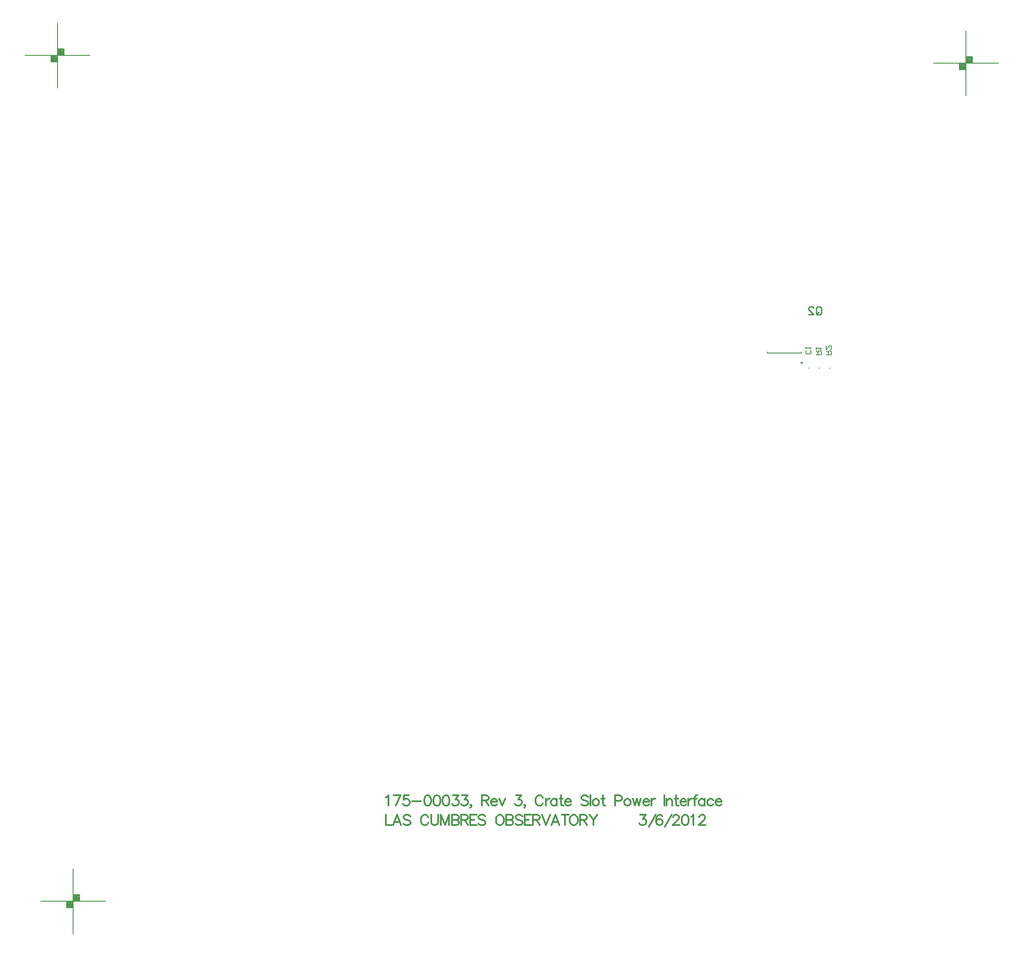
<source format=gbo>
%FSLAX23Y23*%
%MOIN*%
G70*
G01*
G75*
G04 Layer_Color=32896*
%ADD10R,0.036X0.036*%
%ADD11R,0.050X0.050*%
%ADD12R,0.070X0.135*%
%ADD13R,0.059X0.039*%
%ADD14O,0.014X0.067*%
%ADD15R,0.135X0.070*%
%ADD16O,0.024X0.079*%
%ADD17C,0.010*%
%ADD18C,0.020*%
%ADD19C,0.050*%
%ADD20C,0.040*%
%ADD21C,0.012*%
%ADD22R,1.537X0.079*%
%ADD23R,0.221X0.226*%
%ADD24R,0.221X0.236*%
%ADD25C,0.008*%
%ADD26C,0.012*%
%ADD27C,0.012*%
%ADD28C,0.220*%
%ADD29C,0.120*%
%ADD30C,0.060*%
%ADD31R,0.120X0.120*%
%ADD32C,0.055*%
%ADD33C,0.080*%
%ADD34C,0.065*%
%ADD35C,0.059*%
%ADD36C,0.079*%
%ADD37C,0.157*%
%ADD38C,0.020*%
%ADD39C,0.030*%
%ADD40C,0.050*%
%ADD41C,0.024*%
%ADD42C,0.032*%
%ADD43C,0.206*%
%ADD44C,0.110*%
%ADD45C,0.076*%
%ADD46C,0.073*%
%ADD47C,0.092*%
%ADD48C,0.190*%
%ADD49C,0.087*%
%ADD50C,0.055*%
%ADD51C,0.068*%
%ADD52R,0.268X0.272*%
%ADD53R,0.037X0.075*%
%ADD54C,0.007*%
%ADD55R,0.221X0.246*%
%ADD56R,0.221X0.217*%
%ADD57C,0.010*%
%ADD58C,0.010*%
%ADD59C,0.024*%
%ADD60C,0.005*%
%ADD61C,0.039*%
%ADD62C,0.006*%
%ADD63C,0.007*%
%ADD64C,0.008*%
%ADD65R,0.239X0.139*%
%ADD66R,1.535X0.079*%
%ADD67R,0.044X0.044*%
%ADD68R,0.058X0.058*%
%ADD69R,0.078X0.143*%
%ADD70R,0.067X0.047*%
%ADD71O,0.022X0.075*%
%ADD72R,0.143X0.078*%
%ADD73O,0.032X0.087*%
%ADD74C,0.228*%
%ADD75C,0.128*%
%ADD76R,0.128X0.128*%
%ADD77C,0.063*%
%ADD78C,0.088*%
%ADD79C,0.073*%
%ADD80C,0.067*%
%ADD81C,0.087*%
%ADD82C,0.165*%
%ADD83C,0.028*%
%ADD84C,0.038*%
%ADD85C,0.058*%
%ADD86C,0.040*%
%ADD87R,1.028X0.354*%
%ADD88R,1.532X0.079*%
%ADD89R,0.276X0.280*%
%ADD90R,0.045X0.083*%
D17*
X25346Y18229D02*
Y18269D01*
X25356Y18279D01*
X25376D01*
X25386Y18269D01*
Y18229D01*
X25376Y18219D01*
X25356D01*
X25366Y18239D02*
X25346Y18219D01*
X25356D02*
X25346Y18229D01*
X25286Y18219D02*
X25326D01*
X25286Y18259D01*
Y18269D01*
X25296Y18279D01*
X25316D01*
X25326Y18269D01*
D25*
X19518Y20239D02*
X19528D01*
Y20234D02*
Y20244D01*
X19518Y20234D02*
X19528D01*
X19518D02*
Y20244D01*
X19528D01*
X19533Y20229D02*
Y20244D01*
X19513Y20229D02*
X19533D01*
X19513D02*
Y20249D01*
X19533D01*
X19538Y20224D02*
Y20249D01*
X19508Y20224D02*
X19538D01*
X19508D02*
Y20254D01*
X19538D01*
X19543Y20219D02*
Y20259D01*
X19503Y20219D02*
X19543D01*
X19503D02*
Y20259D01*
X19543D01*
X19468Y20189D02*
X19478D01*
Y20184D02*
Y20194D01*
X19468Y20184D02*
X19478D01*
X19468D02*
Y20194D01*
X19478D01*
X19483Y20179D02*
Y20194D01*
X19463Y20179D02*
X19483D01*
X19463D02*
Y20199D01*
X19483D01*
X19488Y20174D02*
Y20199D01*
X19458Y20174D02*
X19488D01*
X19458D02*
Y20204D01*
X19488D01*
X19493Y20169D02*
Y20209D01*
X19453Y20169D02*
X19493D01*
X19453D02*
Y20209D01*
X19493D01*
X19448Y20164D02*
X19498D01*
X19448D02*
Y20214D01*
X19498Y20264D02*
X19548D01*
Y20214D02*
Y20264D01*
X19498Y19964D02*
Y20464D01*
X19248Y20214D02*
X19748D01*
X19641Y13723D02*
X19651D01*
Y13718D02*
Y13728D01*
X19641Y13718D02*
X19651D01*
X19641D02*
Y13728D01*
X19651D01*
X19656Y13713D02*
Y13728D01*
X19636Y13713D02*
X19656D01*
X19636D02*
Y13733D01*
X19656D01*
X19661Y13708D02*
Y13733D01*
X19631Y13708D02*
X19661D01*
X19631D02*
Y13738D01*
X19661D01*
X19666Y13703D02*
Y13743D01*
X19626Y13703D02*
X19666D01*
X19626D02*
Y13743D01*
X19666D01*
X19591Y13673D02*
X19601D01*
Y13668D02*
Y13678D01*
X19591Y13668D02*
X19601D01*
X19591D02*
Y13678D01*
X19601D01*
X19606Y13663D02*
Y13678D01*
X19586Y13663D02*
X19606D01*
X19586D02*
Y13683D01*
X19606D01*
X19611Y13658D02*
Y13683D01*
X19581Y13658D02*
X19611D01*
X19581D02*
Y13688D01*
X19611D01*
X19616Y13653D02*
Y13693D01*
X19576Y13653D02*
X19616D01*
X19576D02*
Y13693D01*
X19616D01*
X19571Y13648D02*
X19621D01*
X19571D02*
Y13698D01*
X19621Y13748D02*
X19671D01*
Y13698D02*
Y13748D01*
X19621Y13448D02*
Y13948D01*
X19371Y13698D02*
X19871D01*
X26519Y20181D02*
X26529D01*
Y20176D02*
Y20186D01*
X26519Y20176D02*
X26529D01*
X26519D02*
Y20186D01*
X26529D01*
X26534Y20171D02*
Y20186D01*
X26514Y20171D02*
X26534D01*
X26514D02*
Y20191D01*
X26534D01*
X26539Y20166D02*
Y20191D01*
X26509Y20166D02*
X26539D01*
X26509D02*
Y20196D01*
X26539D01*
X26544Y20161D02*
Y20201D01*
X26504Y20161D02*
X26544D01*
X26504D02*
Y20201D01*
X26544D01*
X26469Y20131D02*
X26479D01*
Y20126D02*
Y20136D01*
X26469Y20126D02*
X26479D01*
X26469D02*
Y20136D01*
X26479D01*
X26484Y20121D02*
Y20136D01*
X26464Y20121D02*
X26484D01*
X26464D02*
Y20141D01*
X26484D01*
X26489Y20116D02*
Y20141D01*
X26459Y20116D02*
X26489D01*
X26459D02*
Y20146D01*
X26489D01*
X26494Y20111D02*
Y20151D01*
X26454Y20111D02*
X26494D01*
X26454D02*
Y20151D01*
X26494D01*
X26449Y20106D02*
X26499D01*
X26449D02*
Y20156D01*
X26499Y20206D02*
X26549D01*
Y20156D02*
Y20206D01*
X26499Y19906D02*
Y20406D01*
X26249Y20156D02*
X26749D01*
D26*
X22031Y14364D02*
Y14284D01*
X22077D01*
X22147D02*
X22116Y14364D01*
X22086Y14284D01*
X22097Y14310D02*
X22135D01*
X22219Y14352D02*
X22211Y14360D01*
X22200Y14364D01*
X22184D01*
X22173Y14360D01*
X22165Y14352D01*
Y14345D01*
X22169Y14337D01*
X22173Y14333D01*
X22181Y14329D01*
X22204Y14322D01*
X22211Y14318D01*
X22215Y14314D01*
X22219Y14307D01*
Y14295D01*
X22211Y14287D01*
X22200Y14284D01*
X22184D01*
X22173Y14287D01*
X22165Y14295D01*
X22357Y14345D02*
X22353Y14352D01*
X22345Y14360D01*
X22338Y14364D01*
X22322D01*
X22315Y14360D01*
X22307Y14352D01*
X22303Y14345D01*
X22299Y14333D01*
Y14314D01*
X22303Y14303D01*
X22307Y14295D01*
X22315Y14287D01*
X22322Y14284D01*
X22338D01*
X22345Y14287D01*
X22353Y14295D01*
X22357Y14303D01*
X22379Y14364D02*
Y14307D01*
X22383Y14295D01*
X22391Y14287D01*
X22402Y14284D01*
X22410D01*
X22421Y14287D01*
X22429Y14295D01*
X22432Y14307D01*
Y14364D01*
X22454D02*
Y14284D01*
Y14364D02*
X22485Y14284D01*
X22515Y14364D02*
X22485Y14284D01*
X22515Y14364D02*
Y14284D01*
X22538Y14364D02*
Y14284D01*
Y14364D02*
X22573D01*
X22584Y14360D01*
X22588Y14356D01*
X22592Y14348D01*
Y14341D01*
X22588Y14333D01*
X22584Y14329D01*
X22573Y14326D01*
X22538D02*
X22573D01*
X22584Y14322D01*
X22588Y14318D01*
X22592Y14310D01*
Y14299D01*
X22588Y14291D01*
X22584Y14287D01*
X22573Y14284D01*
X22538D01*
X22610Y14364D02*
Y14284D01*
Y14364D02*
X22644D01*
X22655Y14360D01*
X22659Y14356D01*
X22663Y14348D01*
Y14341D01*
X22659Y14333D01*
X22655Y14329D01*
X22644Y14326D01*
X22610D01*
X22636D02*
X22663Y14284D01*
X22730Y14364D02*
X22681D01*
Y14284D01*
X22730D01*
X22681Y14326D02*
X22711D01*
X22797Y14352D02*
X22789Y14360D01*
X22778Y14364D01*
X22763D01*
X22751Y14360D01*
X22744Y14352D01*
Y14345D01*
X22747Y14337D01*
X22751Y14333D01*
X22759Y14329D01*
X22782Y14322D01*
X22789Y14318D01*
X22793Y14314D01*
X22797Y14307D01*
Y14295D01*
X22789Y14287D01*
X22778Y14284D01*
X22763D01*
X22751Y14287D01*
X22744Y14295D01*
X22900Y14364D02*
X22893Y14360D01*
X22885Y14352D01*
X22881Y14345D01*
X22878Y14333D01*
Y14314D01*
X22881Y14303D01*
X22885Y14295D01*
X22893Y14287D01*
X22900Y14284D01*
X22916D01*
X22923Y14287D01*
X22931Y14295D01*
X22935Y14303D01*
X22939Y14314D01*
Y14333D01*
X22935Y14345D01*
X22931Y14352D01*
X22923Y14360D01*
X22916Y14364D01*
X22900D01*
X22957D02*
Y14284D01*
Y14364D02*
X22992D01*
X23003Y14360D01*
X23007Y14356D01*
X23011Y14348D01*
Y14341D01*
X23007Y14333D01*
X23003Y14329D01*
X22992Y14326D01*
X22957D02*
X22992D01*
X23003Y14322D01*
X23007Y14318D01*
X23011Y14310D01*
Y14299D01*
X23007Y14291D01*
X23003Y14287D01*
X22992Y14284D01*
X22957D01*
X23082Y14352D02*
X23074Y14360D01*
X23063Y14364D01*
X23048D01*
X23036Y14360D01*
X23028Y14352D01*
Y14345D01*
X23032Y14337D01*
X23036Y14333D01*
X23044Y14329D01*
X23067Y14322D01*
X23074Y14318D01*
X23078Y14314D01*
X23082Y14307D01*
Y14295D01*
X23074Y14287D01*
X23063Y14284D01*
X23048D01*
X23036Y14287D01*
X23028Y14295D01*
X23149Y14364D02*
X23100D01*
Y14284D01*
X23149D01*
X23100Y14326D02*
X23130D01*
X23163Y14364D02*
Y14284D01*
Y14364D02*
X23197D01*
X23208Y14360D01*
X23212Y14356D01*
X23216Y14348D01*
Y14341D01*
X23212Y14333D01*
X23208Y14329D01*
X23197Y14326D01*
X23163D01*
X23189D02*
X23216Y14284D01*
X23234Y14364D02*
X23264Y14284D01*
X23295Y14364D02*
X23264Y14284D01*
X23366D02*
X23335Y14364D01*
X23305Y14284D01*
X23316Y14310D02*
X23354D01*
X23411Y14364D02*
Y14284D01*
X23385Y14364D02*
X23438D01*
X23470D02*
X23463Y14360D01*
X23455Y14352D01*
X23451Y14345D01*
X23447Y14333D01*
Y14314D01*
X23451Y14303D01*
X23455Y14295D01*
X23463Y14287D01*
X23470Y14284D01*
X23486D01*
X23493Y14287D01*
X23501Y14295D01*
X23505Y14303D01*
X23508Y14314D01*
Y14333D01*
X23505Y14345D01*
X23501Y14352D01*
X23493Y14360D01*
X23486Y14364D01*
X23470D01*
X23527D02*
Y14284D01*
Y14364D02*
X23561D01*
X23573Y14360D01*
X23577Y14356D01*
X23580Y14348D01*
Y14341D01*
X23577Y14333D01*
X23573Y14329D01*
X23561Y14326D01*
X23527D01*
X23554D02*
X23580Y14284D01*
X23598Y14364D02*
X23629Y14326D01*
Y14284D01*
X23659Y14364D02*
X23629Y14326D01*
X23991Y14364D02*
X24033D01*
X24010Y14333D01*
X24022D01*
X24029Y14329D01*
X24033Y14326D01*
X24037Y14314D01*
Y14307D01*
X24033Y14295D01*
X24026Y14287D01*
X24014Y14284D01*
X24003D01*
X23991Y14287D01*
X23987Y14291D01*
X23984Y14299D01*
X24055Y14272D02*
X24108Y14364D01*
X24159Y14352D02*
X24155Y14360D01*
X24144Y14364D01*
X24136D01*
X24125Y14360D01*
X24117Y14348D01*
X24114Y14329D01*
Y14310D01*
X24117Y14295D01*
X24125Y14287D01*
X24136Y14284D01*
X24140D01*
X24152Y14287D01*
X24159Y14295D01*
X24163Y14307D01*
Y14310D01*
X24159Y14322D01*
X24152Y14329D01*
X24140Y14333D01*
X24136D01*
X24125Y14329D01*
X24117Y14322D01*
X24114Y14310D01*
X24181Y14272D02*
X24234Y14364D01*
X24243Y14345D02*
Y14348D01*
X24247Y14356D01*
X24251Y14360D01*
X24258Y14364D01*
X24274D01*
X24281Y14360D01*
X24285Y14356D01*
X24289Y14348D01*
Y14341D01*
X24285Y14333D01*
X24277Y14322D01*
X24239Y14284D01*
X24293D01*
X24333Y14364D02*
X24322Y14360D01*
X24314Y14348D01*
X24310Y14329D01*
Y14318D01*
X24314Y14299D01*
X24322Y14287D01*
X24333Y14284D01*
X24341D01*
X24352Y14287D01*
X24360Y14299D01*
X24364Y14318D01*
Y14329D01*
X24360Y14348D01*
X24352Y14360D01*
X24341Y14364D01*
X24333D01*
X24382Y14348D02*
X24389Y14352D01*
X24401Y14364D01*
Y14284D01*
X24444Y14345D02*
Y14348D01*
X24448Y14356D01*
X24452Y14360D01*
X24459Y14364D01*
X24475D01*
X24482Y14360D01*
X24486Y14356D01*
X24490Y14348D01*
Y14341D01*
X24486Y14333D01*
X24478Y14322D01*
X24440Y14284D01*
X24494D01*
D27*
X22031Y14498D02*
X22039Y14502D01*
X22050Y14514D01*
Y14434D01*
X22143Y14514D02*
X22105Y14434D01*
X22090Y14514D02*
X22143D01*
X22207D02*
X22169D01*
X22165Y14479D01*
X22169Y14483D01*
X22180Y14487D01*
X22192D01*
X22203Y14483D01*
X22211Y14476D01*
X22215Y14464D01*
Y14457D01*
X22211Y14445D01*
X22203Y14438D01*
X22192Y14434D01*
X22180D01*
X22169Y14438D01*
X22165Y14441D01*
X22161Y14449D01*
X22232Y14468D02*
X22301D01*
X22347Y14514D02*
X22336Y14510D01*
X22328Y14498D01*
X22325Y14479D01*
Y14468D01*
X22328Y14449D01*
X22336Y14438D01*
X22347Y14434D01*
X22355D01*
X22367Y14438D01*
X22374Y14449D01*
X22378Y14468D01*
Y14479D01*
X22374Y14498D01*
X22367Y14510D01*
X22355Y14514D01*
X22347D01*
X22419D02*
X22407Y14510D01*
X22400Y14498D01*
X22396Y14479D01*
Y14468D01*
X22400Y14449D01*
X22407Y14438D01*
X22419Y14434D01*
X22426D01*
X22438Y14438D01*
X22445Y14449D01*
X22449Y14468D01*
Y14479D01*
X22445Y14498D01*
X22438Y14510D01*
X22426Y14514D01*
X22419D01*
X22490D02*
X22478Y14510D01*
X22471Y14498D01*
X22467Y14479D01*
Y14468D01*
X22471Y14449D01*
X22478Y14438D01*
X22490Y14434D01*
X22498D01*
X22509Y14438D01*
X22517Y14449D01*
X22520Y14468D01*
Y14479D01*
X22517Y14498D01*
X22509Y14510D01*
X22498Y14514D01*
X22490D01*
X22546D02*
X22588D01*
X22565Y14483D01*
X22576D01*
X22584Y14479D01*
X22588Y14476D01*
X22592Y14464D01*
Y14457D01*
X22588Y14445D01*
X22580Y14438D01*
X22569Y14434D01*
X22557D01*
X22546Y14438D01*
X22542Y14441D01*
X22538Y14449D01*
X22617Y14514D02*
X22659D01*
X22636Y14483D01*
X22648D01*
X22655Y14479D01*
X22659Y14476D01*
X22663Y14464D01*
Y14457D01*
X22659Y14445D01*
X22651Y14438D01*
X22640Y14434D01*
X22629D01*
X22617Y14438D01*
X22613Y14441D01*
X22610Y14449D01*
X22688Y14438D02*
X22685Y14434D01*
X22681Y14438D01*
X22685Y14441D01*
X22688Y14438D01*
Y14430D01*
X22685Y14422D01*
X22681Y14418D01*
X22769Y14514D02*
Y14434D01*
Y14514D02*
X22803D01*
X22814Y14510D01*
X22818Y14506D01*
X22822Y14498D01*
Y14491D01*
X22818Y14483D01*
X22814Y14479D01*
X22803Y14476D01*
X22769D01*
X22795D02*
X22822Y14434D01*
X22840Y14464D02*
X22886D01*
Y14472D01*
X22882Y14479D01*
X22878Y14483D01*
X22870Y14487D01*
X22859D01*
X22851Y14483D01*
X22844Y14476D01*
X22840Y14464D01*
Y14457D01*
X22844Y14445D01*
X22851Y14438D01*
X22859Y14434D01*
X22870D01*
X22878Y14438D01*
X22886Y14445D01*
X22903Y14487D02*
X22926Y14434D01*
X22948Y14487D02*
X22926Y14434D01*
X23032Y14514D02*
X23074D01*
X23051Y14483D01*
X23062D01*
X23070Y14479D01*
X23074Y14476D01*
X23078Y14464D01*
Y14457D01*
X23074Y14445D01*
X23066Y14438D01*
X23055Y14434D01*
X23043D01*
X23032Y14438D01*
X23028Y14441D01*
X23024Y14449D01*
X23103Y14438D02*
X23099Y14434D01*
X23095Y14438D01*
X23099Y14441D01*
X23103Y14438D01*
Y14430D01*
X23099Y14422D01*
X23095Y14418D01*
X23241Y14495D02*
X23237Y14502D01*
X23229Y14510D01*
X23222Y14514D01*
X23206D01*
X23199Y14510D01*
X23191Y14502D01*
X23187Y14495D01*
X23183Y14483D01*
Y14464D01*
X23187Y14453D01*
X23191Y14445D01*
X23199Y14438D01*
X23206Y14434D01*
X23222D01*
X23229Y14438D01*
X23237Y14445D01*
X23241Y14453D01*
X23263Y14487D02*
Y14434D01*
Y14464D02*
X23267Y14476D01*
X23275Y14483D01*
X23282Y14487D01*
X23294D01*
X23346D02*
Y14434D01*
Y14476D02*
X23339Y14483D01*
X23331Y14487D01*
X23320D01*
X23312Y14483D01*
X23305Y14476D01*
X23301Y14464D01*
Y14457D01*
X23305Y14445D01*
X23312Y14438D01*
X23320Y14434D01*
X23331D01*
X23339Y14438D01*
X23346Y14445D01*
X23379Y14514D02*
Y14449D01*
X23383Y14438D01*
X23391Y14434D01*
X23398D01*
X23368Y14487D02*
X23394D01*
X23410Y14464D02*
X23455D01*
Y14472D01*
X23452Y14479D01*
X23448Y14483D01*
X23440Y14487D01*
X23429D01*
X23421Y14483D01*
X23414Y14476D01*
X23410Y14464D01*
Y14457D01*
X23414Y14445D01*
X23421Y14438D01*
X23429Y14434D01*
X23440D01*
X23448Y14438D01*
X23455Y14445D01*
X23589Y14502D02*
X23581Y14510D01*
X23570Y14514D01*
X23554D01*
X23543Y14510D01*
X23535Y14502D01*
Y14495D01*
X23539Y14487D01*
X23543Y14483D01*
X23551Y14479D01*
X23573Y14472D01*
X23581Y14468D01*
X23585Y14464D01*
X23589Y14457D01*
Y14445D01*
X23581Y14438D01*
X23570Y14434D01*
X23554D01*
X23543Y14438D01*
X23535Y14445D01*
X23607Y14514D02*
Y14434D01*
X23642Y14487D02*
X23635Y14483D01*
X23627Y14476D01*
X23623Y14464D01*
Y14457D01*
X23627Y14445D01*
X23635Y14438D01*
X23642Y14434D01*
X23654D01*
X23661Y14438D01*
X23669Y14445D01*
X23673Y14457D01*
Y14464D01*
X23669Y14476D01*
X23661Y14483D01*
X23654Y14487D01*
X23642D01*
X23702Y14514D02*
Y14449D01*
X23706Y14438D01*
X23713Y14434D01*
X23721D01*
X23690Y14487D02*
X23717D01*
X23795Y14472D02*
X23829D01*
X23841Y14476D01*
X23845Y14479D01*
X23848Y14487D01*
Y14498D01*
X23845Y14506D01*
X23841Y14510D01*
X23829Y14514D01*
X23795D01*
Y14434D01*
X23885Y14487D02*
X23878Y14483D01*
X23870Y14476D01*
X23866Y14464D01*
Y14457D01*
X23870Y14445D01*
X23878Y14438D01*
X23885Y14434D01*
X23897D01*
X23904Y14438D01*
X23912Y14445D01*
X23916Y14457D01*
Y14464D01*
X23912Y14476D01*
X23904Y14483D01*
X23897Y14487D01*
X23885D01*
X23933D02*
X23949Y14434D01*
X23964Y14487D02*
X23949Y14434D01*
X23964Y14487D02*
X23979Y14434D01*
X23994Y14487D02*
X23979Y14434D01*
X24013Y14464D02*
X24059D01*
Y14472D01*
X24055Y14479D01*
X24051Y14483D01*
X24043Y14487D01*
X24032D01*
X24024Y14483D01*
X24017Y14476D01*
X24013Y14464D01*
Y14457D01*
X24017Y14445D01*
X24024Y14438D01*
X24032Y14434D01*
X24043D01*
X24051Y14438D01*
X24059Y14445D01*
X24076Y14487D02*
Y14434D01*
Y14464D02*
X24080Y14476D01*
X24087Y14483D01*
X24095Y14487D01*
X24106D01*
X24176Y14514D02*
Y14434D01*
X24193Y14487D02*
Y14434D01*
Y14472D02*
X24205Y14483D01*
X24212Y14487D01*
X24224D01*
X24231Y14483D01*
X24235Y14472D01*
Y14434D01*
X24267Y14514D02*
Y14449D01*
X24271Y14438D01*
X24279Y14434D01*
X24286D01*
X24256Y14487D02*
X24283D01*
X24298Y14464D02*
X24344D01*
Y14472D01*
X24340Y14479D01*
X24336Y14483D01*
X24328Y14487D01*
X24317D01*
X24309Y14483D01*
X24302Y14476D01*
X24298Y14464D01*
Y14457D01*
X24302Y14445D01*
X24309Y14438D01*
X24317Y14434D01*
X24328D01*
X24336Y14438D01*
X24344Y14445D01*
X24361Y14487D02*
Y14434D01*
Y14464D02*
X24365Y14476D01*
X24372Y14483D01*
X24380Y14487D01*
X24391D01*
X24429Y14514D02*
X24421D01*
X24414Y14510D01*
X24410Y14498D01*
Y14434D01*
X24398Y14487D02*
X24425D01*
X24486D02*
Y14434D01*
Y14476D02*
X24478Y14483D01*
X24471Y14487D01*
X24459D01*
X24452Y14483D01*
X24444Y14476D01*
X24440Y14464D01*
Y14457D01*
X24444Y14445D01*
X24452Y14438D01*
X24459Y14434D01*
X24471D01*
X24478Y14438D01*
X24486Y14445D01*
X24553Y14476D02*
X24545Y14483D01*
X24538Y14487D01*
X24526D01*
X24519Y14483D01*
X24511Y14476D01*
X24507Y14464D01*
Y14457D01*
X24511Y14445D01*
X24519Y14438D01*
X24526Y14434D01*
X24538D01*
X24545Y14438D01*
X24553Y14445D01*
X24570Y14464D02*
X24616D01*
Y14472D01*
X24612Y14479D01*
X24608Y14483D01*
X24601Y14487D01*
X24589D01*
X24582Y14483D01*
X24574Y14476D01*
X24570Y14464D01*
Y14457D01*
X24574Y14445D01*
X24582Y14438D01*
X24589Y14434D01*
X24601D01*
X24608Y14438D01*
X24616Y14445D01*
D57*
X25448Y17805D02*
D03*
X25288D02*
D03*
X25368D02*
D03*
D58*
X25238Y17848D02*
X25230Y17852D01*
Y17844D01*
X25238Y17848D01*
D62*
X25300Y17941D02*
X25306Y17934D01*
Y17921D01*
X25300Y17914D01*
X25273D01*
X25266Y17921D01*
Y17934D01*
X25273Y17941D01*
X25266Y17954D02*
Y17968D01*
Y17961D01*
X25306D01*
X25300Y17954D01*
X25346Y17910D02*
X25386D01*
Y17930D01*
X25380Y17937D01*
X25366D01*
X25360Y17930D01*
Y17910D01*
Y17924D02*
X25346Y17937D01*
Y17950D02*
Y17964D01*
Y17957D01*
X25386D01*
X25380Y17950D01*
X25424Y17910D02*
X25464D01*
Y17930D01*
X25458Y17937D01*
X25444D01*
X25438Y17930D01*
Y17910D01*
Y17924D02*
X25424Y17937D01*
Y17977D02*
Y17950D01*
X25451Y17977D01*
X25458D01*
X25464Y17970D01*
Y17957D01*
X25458Y17950D01*
D64*
X24971Y17921D02*
Y17931D01*
Y17921D02*
X25234D01*
Y17931D01*
M02*

</source>
